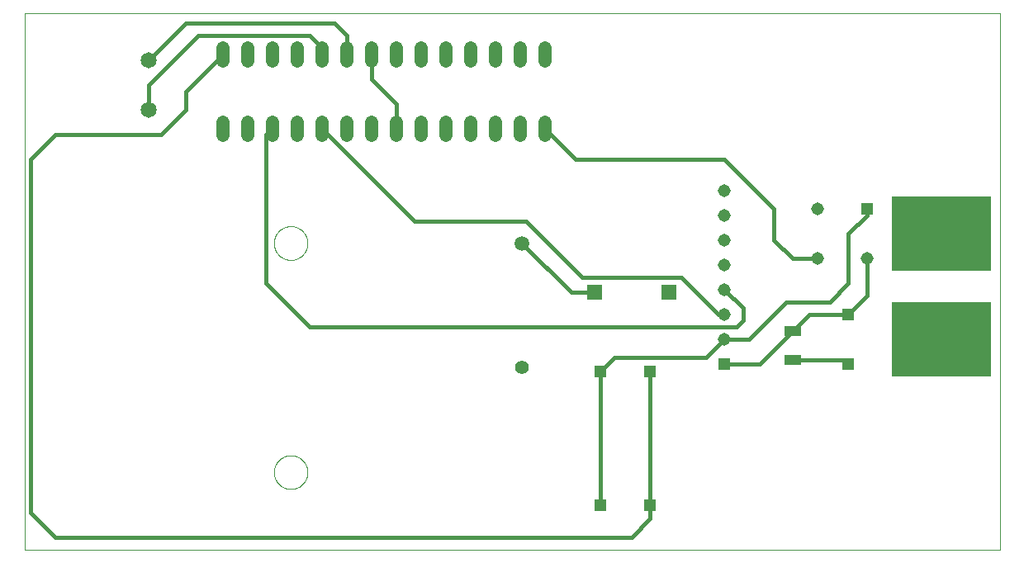
<source format=gbl>
G75*
%MOIN*%
%OFA0B0*%
%FSLAX25Y25*%
%IPPOS*%
%LPD*%
%AMOC8*
5,1,8,0,0,1.08239X$1,22.5*
%
%ADD10C,0.00000*%
%ADD11C,0.05200*%
%ADD12C,0.05937*%
%ADD13C,0.05543*%
%ADD14R,0.40000X0.30000*%
%ADD15R,0.06900X0.04400*%
%ADD16R,0.05150X0.05150*%
%ADD17C,0.05150*%
%ADD18R,0.05937X0.05937*%
%ADD19C,0.06500*%
%ADD20C,0.01600*%
D10*
X0001000Y0001000D02*
X0001000Y0217535D01*
X0394701Y0217535D01*
X0394701Y0001000D01*
X0001000Y0001000D01*
X0101700Y0032250D02*
X0101702Y0032417D01*
X0101708Y0032584D01*
X0101718Y0032750D01*
X0101733Y0032917D01*
X0101751Y0033082D01*
X0101774Y0033248D01*
X0101800Y0033413D01*
X0101831Y0033577D01*
X0101865Y0033740D01*
X0101904Y0033902D01*
X0101946Y0034064D01*
X0101993Y0034224D01*
X0102043Y0034383D01*
X0102098Y0034541D01*
X0102156Y0034697D01*
X0102218Y0034852D01*
X0102283Y0035006D01*
X0102353Y0035157D01*
X0102426Y0035307D01*
X0102503Y0035455D01*
X0102583Y0035602D01*
X0102667Y0035746D01*
X0102755Y0035888D01*
X0102846Y0036028D01*
X0102940Y0036165D01*
X0103038Y0036301D01*
X0103139Y0036434D01*
X0103244Y0036564D01*
X0103351Y0036692D01*
X0103462Y0036817D01*
X0103575Y0036939D01*
X0103692Y0037058D01*
X0103811Y0037175D01*
X0103933Y0037288D01*
X0104058Y0037399D01*
X0104186Y0037506D01*
X0104316Y0037611D01*
X0104449Y0037712D01*
X0104585Y0037810D01*
X0104722Y0037904D01*
X0104862Y0037995D01*
X0105004Y0038083D01*
X0105148Y0038167D01*
X0105295Y0038247D01*
X0105443Y0038324D01*
X0105593Y0038397D01*
X0105744Y0038467D01*
X0105898Y0038532D01*
X0106053Y0038594D01*
X0106209Y0038652D01*
X0106367Y0038707D01*
X0106526Y0038757D01*
X0106686Y0038804D01*
X0106848Y0038846D01*
X0107010Y0038885D01*
X0107173Y0038919D01*
X0107337Y0038950D01*
X0107502Y0038976D01*
X0107668Y0038999D01*
X0107833Y0039017D01*
X0108000Y0039032D01*
X0108166Y0039042D01*
X0108333Y0039048D01*
X0108500Y0039050D01*
X0108667Y0039048D01*
X0108834Y0039042D01*
X0109000Y0039032D01*
X0109167Y0039017D01*
X0109332Y0038999D01*
X0109498Y0038976D01*
X0109663Y0038950D01*
X0109827Y0038919D01*
X0109990Y0038885D01*
X0110152Y0038846D01*
X0110314Y0038804D01*
X0110474Y0038757D01*
X0110633Y0038707D01*
X0110791Y0038652D01*
X0110947Y0038594D01*
X0111102Y0038532D01*
X0111256Y0038467D01*
X0111407Y0038397D01*
X0111557Y0038324D01*
X0111705Y0038247D01*
X0111852Y0038167D01*
X0111996Y0038083D01*
X0112138Y0037995D01*
X0112278Y0037904D01*
X0112415Y0037810D01*
X0112551Y0037712D01*
X0112684Y0037611D01*
X0112814Y0037506D01*
X0112942Y0037399D01*
X0113067Y0037288D01*
X0113189Y0037175D01*
X0113308Y0037058D01*
X0113425Y0036939D01*
X0113538Y0036817D01*
X0113649Y0036692D01*
X0113756Y0036564D01*
X0113861Y0036434D01*
X0113962Y0036301D01*
X0114060Y0036165D01*
X0114154Y0036028D01*
X0114245Y0035888D01*
X0114333Y0035746D01*
X0114417Y0035602D01*
X0114497Y0035455D01*
X0114574Y0035307D01*
X0114647Y0035157D01*
X0114717Y0035006D01*
X0114782Y0034852D01*
X0114844Y0034697D01*
X0114902Y0034541D01*
X0114957Y0034383D01*
X0115007Y0034224D01*
X0115054Y0034064D01*
X0115096Y0033902D01*
X0115135Y0033740D01*
X0115169Y0033577D01*
X0115200Y0033413D01*
X0115226Y0033248D01*
X0115249Y0033082D01*
X0115267Y0032917D01*
X0115282Y0032750D01*
X0115292Y0032584D01*
X0115298Y0032417D01*
X0115300Y0032250D01*
X0115298Y0032083D01*
X0115292Y0031916D01*
X0115282Y0031750D01*
X0115267Y0031583D01*
X0115249Y0031418D01*
X0115226Y0031252D01*
X0115200Y0031087D01*
X0115169Y0030923D01*
X0115135Y0030760D01*
X0115096Y0030598D01*
X0115054Y0030436D01*
X0115007Y0030276D01*
X0114957Y0030117D01*
X0114902Y0029959D01*
X0114844Y0029803D01*
X0114782Y0029648D01*
X0114717Y0029494D01*
X0114647Y0029343D01*
X0114574Y0029193D01*
X0114497Y0029045D01*
X0114417Y0028898D01*
X0114333Y0028754D01*
X0114245Y0028612D01*
X0114154Y0028472D01*
X0114060Y0028335D01*
X0113962Y0028199D01*
X0113861Y0028066D01*
X0113756Y0027936D01*
X0113649Y0027808D01*
X0113538Y0027683D01*
X0113425Y0027561D01*
X0113308Y0027442D01*
X0113189Y0027325D01*
X0113067Y0027212D01*
X0112942Y0027101D01*
X0112814Y0026994D01*
X0112684Y0026889D01*
X0112551Y0026788D01*
X0112415Y0026690D01*
X0112278Y0026596D01*
X0112138Y0026505D01*
X0111996Y0026417D01*
X0111852Y0026333D01*
X0111705Y0026253D01*
X0111557Y0026176D01*
X0111407Y0026103D01*
X0111256Y0026033D01*
X0111102Y0025968D01*
X0110947Y0025906D01*
X0110791Y0025848D01*
X0110633Y0025793D01*
X0110474Y0025743D01*
X0110314Y0025696D01*
X0110152Y0025654D01*
X0109990Y0025615D01*
X0109827Y0025581D01*
X0109663Y0025550D01*
X0109498Y0025524D01*
X0109332Y0025501D01*
X0109167Y0025483D01*
X0109000Y0025468D01*
X0108834Y0025458D01*
X0108667Y0025452D01*
X0108500Y0025450D01*
X0108333Y0025452D01*
X0108166Y0025458D01*
X0108000Y0025468D01*
X0107833Y0025483D01*
X0107668Y0025501D01*
X0107502Y0025524D01*
X0107337Y0025550D01*
X0107173Y0025581D01*
X0107010Y0025615D01*
X0106848Y0025654D01*
X0106686Y0025696D01*
X0106526Y0025743D01*
X0106367Y0025793D01*
X0106209Y0025848D01*
X0106053Y0025906D01*
X0105898Y0025968D01*
X0105744Y0026033D01*
X0105593Y0026103D01*
X0105443Y0026176D01*
X0105295Y0026253D01*
X0105148Y0026333D01*
X0105004Y0026417D01*
X0104862Y0026505D01*
X0104722Y0026596D01*
X0104585Y0026690D01*
X0104449Y0026788D01*
X0104316Y0026889D01*
X0104186Y0026994D01*
X0104058Y0027101D01*
X0103933Y0027212D01*
X0103811Y0027325D01*
X0103692Y0027442D01*
X0103575Y0027561D01*
X0103462Y0027683D01*
X0103351Y0027808D01*
X0103244Y0027936D01*
X0103139Y0028066D01*
X0103038Y0028199D01*
X0102940Y0028335D01*
X0102846Y0028472D01*
X0102755Y0028612D01*
X0102667Y0028754D01*
X0102583Y0028898D01*
X0102503Y0029045D01*
X0102426Y0029193D01*
X0102353Y0029343D01*
X0102283Y0029494D01*
X0102218Y0029648D01*
X0102156Y0029803D01*
X0102098Y0029959D01*
X0102043Y0030117D01*
X0101993Y0030276D01*
X0101946Y0030436D01*
X0101904Y0030598D01*
X0101865Y0030760D01*
X0101831Y0030923D01*
X0101800Y0031087D01*
X0101774Y0031252D01*
X0101751Y0031418D01*
X0101733Y0031583D01*
X0101718Y0031750D01*
X0101708Y0031916D01*
X0101702Y0032083D01*
X0101700Y0032250D01*
X0101700Y0124750D02*
X0101702Y0124917D01*
X0101708Y0125084D01*
X0101718Y0125250D01*
X0101733Y0125417D01*
X0101751Y0125582D01*
X0101774Y0125748D01*
X0101800Y0125913D01*
X0101831Y0126077D01*
X0101865Y0126240D01*
X0101904Y0126402D01*
X0101946Y0126564D01*
X0101993Y0126724D01*
X0102043Y0126883D01*
X0102098Y0127041D01*
X0102156Y0127197D01*
X0102218Y0127352D01*
X0102283Y0127506D01*
X0102353Y0127657D01*
X0102426Y0127807D01*
X0102503Y0127955D01*
X0102583Y0128102D01*
X0102667Y0128246D01*
X0102755Y0128388D01*
X0102846Y0128528D01*
X0102940Y0128665D01*
X0103038Y0128801D01*
X0103139Y0128934D01*
X0103244Y0129064D01*
X0103351Y0129192D01*
X0103462Y0129317D01*
X0103575Y0129439D01*
X0103692Y0129558D01*
X0103811Y0129675D01*
X0103933Y0129788D01*
X0104058Y0129899D01*
X0104186Y0130006D01*
X0104316Y0130111D01*
X0104449Y0130212D01*
X0104585Y0130310D01*
X0104722Y0130404D01*
X0104862Y0130495D01*
X0105004Y0130583D01*
X0105148Y0130667D01*
X0105295Y0130747D01*
X0105443Y0130824D01*
X0105593Y0130897D01*
X0105744Y0130967D01*
X0105898Y0131032D01*
X0106053Y0131094D01*
X0106209Y0131152D01*
X0106367Y0131207D01*
X0106526Y0131257D01*
X0106686Y0131304D01*
X0106848Y0131346D01*
X0107010Y0131385D01*
X0107173Y0131419D01*
X0107337Y0131450D01*
X0107502Y0131476D01*
X0107668Y0131499D01*
X0107833Y0131517D01*
X0108000Y0131532D01*
X0108166Y0131542D01*
X0108333Y0131548D01*
X0108500Y0131550D01*
X0108667Y0131548D01*
X0108834Y0131542D01*
X0109000Y0131532D01*
X0109167Y0131517D01*
X0109332Y0131499D01*
X0109498Y0131476D01*
X0109663Y0131450D01*
X0109827Y0131419D01*
X0109990Y0131385D01*
X0110152Y0131346D01*
X0110314Y0131304D01*
X0110474Y0131257D01*
X0110633Y0131207D01*
X0110791Y0131152D01*
X0110947Y0131094D01*
X0111102Y0131032D01*
X0111256Y0130967D01*
X0111407Y0130897D01*
X0111557Y0130824D01*
X0111705Y0130747D01*
X0111852Y0130667D01*
X0111996Y0130583D01*
X0112138Y0130495D01*
X0112278Y0130404D01*
X0112415Y0130310D01*
X0112551Y0130212D01*
X0112684Y0130111D01*
X0112814Y0130006D01*
X0112942Y0129899D01*
X0113067Y0129788D01*
X0113189Y0129675D01*
X0113308Y0129558D01*
X0113425Y0129439D01*
X0113538Y0129317D01*
X0113649Y0129192D01*
X0113756Y0129064D01*
X0113861Y0128934D01*
X0113962Y0128801D01*
X0114060Y0128665D01*
X0114154Y0128528D01*
X0114245Y0128388D01*
X0114333Y0128246D01*
X0114417Y0128102D01*
X0114497Y0127955D01*
X0114574Y0127807D01*
X0114647Y0127657D01*
X0114717Y0127506D01*
X0114782Y0127352D01*
X0114844Y0127197D01*
X0114902Y0127041D01*
X0114957Y0126883D01*
X0115007Y0126724D01*
X0115054Y0126564D01*
X0115096Y0126402D01*
X0115135Y0126240D01*
X0115169Y0126077D01*
X0115200Y0125913D01*
X0115226Y0125748D01*
X0115249Y0125582D01*
X0115267Y0125417D01*
X0115282Y0125250D01*
X0115292Y0125084D01*
X0115298Y0124917D01*
X0115300Y0124750D01*
X0115298Y0124583D01*
X0115292Y0124416D01*
X0115282Y0124250D01*
X0115267Y0124083D01*
X0115249Y0123918D01*
X0115226Y0123752D01*
X0115200Y0123587D01*
X0115169Y0123423D01*
X0115135Y0123260D01*
X0115096Y0123098D01*
X0115054Y0122936D01*
X0115007Y0122776D01*
X0114957Y0122617D01*
X0114902Y0122459D01*
X0114844Y0122303D01*
X0114782Y0122148D01*
X0114717Y0121994D01*
X0114647Y0121843D01*
X0114574Y0121693D01*
X0114497Y0121545D01*
X0114417Y0121398D01*
X0114333Y0121254D01*
X0114245Y0121112D01*
X0114154Y0120972D01*
X0114060Y0120835D01*
X0113962Y0120699D01*
X0113861Y0120566D01*
X0113756Y0120436D01*
X0113649Y0120308D01*
X0113538Y0120183D01*
X0113425Y0120061D01*
X0113308Y0119942D01*
X0113189Y0119825D01*
X0113067Y0119712D01*
X0112942Y0119601D01*
X0112814Y0119494D01*
X0112684Y0119389D01*
X0112551Y0119288D01*
X0112415Y0119190D01*
X0112278Y0119096D01*
X0112138Y0119005D01*
X0111996Y0118917D01*
X0111852Y0118833D01*
X0111705Y0118753D01*
X0111557Y0118676D01*
X0111407Y0118603D01*
X0111256Y0118533D01*
X0111102Y0118468D01*
X0110947Y0118406D01*
X0110791Y0118348D01*
X0110633Y0118293D01*
X0110474Y0118243D01*
X0110314Y0118196D01*
X0110152Y0118154D01*
X0109990Y0118115D01*
X0109827Y0118081D01*
X0109663Y0118050D01*
X0109498Y0118024D01*
X0109332Y0118001D01*
X0109167Y0117983D01*
X0109000Y0117968D01*
X0108834Y0117958D01*
X0108667Y0117952D01*
X0108500Y0117950D01*
X0108333Y0117952D01*
X0108166Y0117958D01*
X0108000Y0117968D01*
X0107833Y0117983D01*
X0107668Y0118001D01*
X0107502Y0118024D01*
X0107337Y0118050D01*
X0107173Y0118081D01*
X0107010Y0118115D01*
X0106848Y0118154D01*
X0106686Y0118196D01*
X0106526Y0118243D01*
X0106367Y0118293D01*
X0106209Y0118348D01*
X0106053Y0118406D01*
X0105898Y0118468D01*
X0105744Y0118533D01*
X0105593Y0118603D01*
X0105443Y0118676D01*
X0105295Y0118753D01*
X0105148Y0118833D01*
X0105004Y0118917D01*
X0104862Y0119005D01*
X0104722Y0119096D01*
X0104585Y0119190D01*
X0104449Y0119288D01*
X0104316Y0119389D01*
X0104186Y0119494D01*
X0104058Y0119601D01*
X0103933Y0119712D01*
X0103811Y0119825D01*
X0103692Y0119942D01*
X0103575Y0120061D01*
X0103462Y0120183D01*
X0103351Y0120308D01*
X0103244Y0120436D01*
X0103139Y0120566D01*
X0103038Y0120699D01*
X0102940Y0120835D01*
X0102846Y0120972D01*
X0102755Y0121112D01*
X0102667Y0121254D01*
X0102583Y0121398D01*
X0102503Y0121545D01*
X0102426Y0121693D01*
X0102353Y0121843D01*
X0102283Y0121994D01*
X0102218Y0122148D01*
X0102156Y0122303D01*
X0102098Y0122459D01*
X0102043Y0122617D01*
X0101993Y0122776D01*
X0101946Y0122936D01*
X0101904Y0123098D01*
X0101865Y0123260D01*
X0101831Y0123423D01*
X0101800Y0123587D01*
X0101774Y0123752D01*
X0101751Y0123918D01*
X0101733Y0124083D01*
X0101718Y0124250D01*
X0101708Y0124416D01*
X0101702Y0124583D01*
X0101700Y0124750D01*
D11*
X0101000Y0168400D02*
X0101000Y0173600D01*
X0091000Y0173600D02*
X0091000Y0168400D01*
X0081000Y0168400D02*
X0081000Y0173600D01*
X0111000Y0173600D02*
X0111000Y0168400D01*
X0121000Y0168400D02*
X0121000Y0173600D01*
X0131000Y0173600D02*
X0131000Y0168400D01*
X0141000Y0168400D02*
X0141000Y0173600D01*
X0151000Y0173600D02*
X0151000Y0168400D01*
X0161000Y0168400D02*
X0161000Y0173600D01*
X0171000Y0173600D02*
X0171000Y0168400D01*
X0181000Y0168400D02*
X0181000Y0173600D01*
X0191000Y0173600D02*
X0191000Y0168400D01*
X0201000Y0168400D02*
X0201000Y0173600D01*
X0211000Y0173600D02*
X0211000Y0168400D01*
X0211000Y0198400D02*
X0211000Y0203600D01*
X0201000Y0203600D02*
X0201000Y0198400D01*
X0191000Y0198400D02*
X0191000Y0203600D01*
X0181000Y0203600D02*
X0181000Y0198400D01*
X0171000Y0198400D02*
X0171000Y0203600D01*
X0161000Y0203600D02*
X0161000Y0198400D01*
X0151000Y0198400D02*
X0151000Y0203600D01*
X0141000Y0203600D02*
X0141000Y0198400D01*
X0131000Y0198400D02*
X0131000Y0203600D01*
X0121000Y0203600D02*
X0121000Y0198400D01*
X0111000Y0198400D02*
X0111000Y0203600D01*
X0101000Y0203600D02*
X0101000Y0198400D01*
X0091000Y0198400D02*
X0091000Y0203600D01*
X0081000Y0203600D02*
X0081000Y0198400D01*
D12*
X0201900Y0124750D03*
D13*
X0201900Y0074750D03*
D14*
X0371000Y0086000D03*
X0371000Y0128500D03*
D15*
X0311000Y0089300D03*
X0311000Y0077700D03*
D16*
X0333500Y0076000D03*
X0333500Y0096000D03*
X0283500Y0076000D03*
X0253500Y0073000D03*
X0233500Y0073000D03*
X0233500Y0019000D03*
X0253500Y0019000D03*
X0341000Y0138500D03*
D17*
X0321000Y0138500D03*
X0283500Y0136000D03*
X0283500Y0146000D03*
X0283500Y0126000D03*
X0283500Y0116000D03*
X0283500Y0106000D03*
X0283500Y0096000D03*
X0283500Y0086000D03*
X0321000Y0118500D03*
X0341000Y0118500D03*
D18*
X0261000Y0104900D03*
X0231000Y0104900D03*
D19*
X0051000Y0178500D03*
X0051000Y0198500D03*
D20*
X0066000Y0213500D01*
X0126000Y0213500D01*
X0131000Y0208500D01*
X0131000Y0201000D01*
X0121000Y0201000D02*
X0121000Y0203500D01*
X0116000Y0208500D01*
X0071000Y0208500D01*
X0051000Y0188500D01*
X0051000Y0178500D01*
X0056000Y0168500D02*
X0066000Y0178500D01*
X0066000Y0186000D01*
X0081000Y0201000D01*
X0101000Y0171000D02*
X0098500Y0168500D01*
X0098500Y0108500D01*
X0116000Y0091000D01*
X0288500Y0091000D01*
X0291000Y0093500D01*
X0291000Y0098500D01*
X0283500Y0106000D01*
X0281000Y0096000D02*
X0266000Y0111000D01*
X0226000Y0111000D01*
X0203500Y0133500D01*
X0158500Y0133500D01*
X0121000Y0171000D01*
X0141000Y0191000D02*
X0151000Y0181000D01*
X0151000Y0171000D01*
X0141000Y0191000D02*
X0141000Y0201000D01*
X0211000Y0171000D02*
X0223500Y0158500D01*
X0283500Y0158500D01*
X0303500Y0138500D01*
X0303500Y0126000D01*
X0311000Y0118500D01*
X0321000Y0118500D01*
X0333500Y0128500D02*
X0333500Y0108500D01*
X0326000Y0101000D01*
X0308500Y0101000D01*
X0293500Y0086000D01*
X0283500Y0086000D01*
X0276000Y0078500D01*
X0239000Y0078500D01*
X0233500Y0073000D01*
X0233500Y0019000D01*
X0246000Y0006000D02*
X0253500Y0013500D01*
X0253500Y0019000D01*
X0253500Y0073000D01*
X0283500Y0076000D02*
X0297700Y0076000D01*
X0311000Y0089300D01*
X0317700Y0096000D01*
X0333500Y0096000D01*
X0341000Y0103500D01*
X0341000Y0118500D01*
X0333500Y0128500D02*
X0341000Y0136000D01*
X0341000Y0138500D01*
X0283500Y0096000D02*
X0281000Y0096000D01*
X0311000Y0077700D02*
X0331800Y0077700D01*
X0333500Y0076000D01*
X0231000Y0104900D02*
X0221750Y0104900D01*
X0201900Y0124750D01*
X0056000Y0168500D02*
X0013500Y0168500D01*
X0003500Y0158500D01*
X0003500Y0016000D01*
X0013500Y0006000D01*
X0246000Y0006000D01*
M02*

</source>
